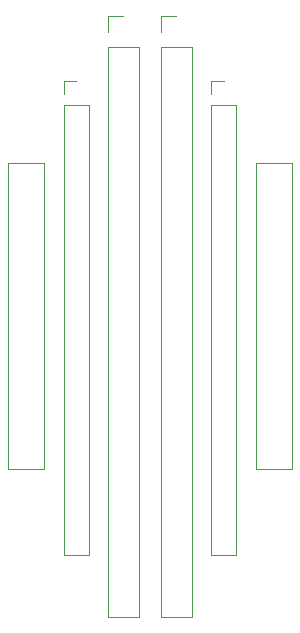
<source format=gbr>
%TF.GenerationSoftware,KiCad,Pcbnew,8.0.2*%
%TF.CreationDate,2024-05-06T01:30:38+09:00*%
%TF.ProjectId,pitch-convert,70697463-682d-4636-9f6e-766572742e6b,1*%
%TF.SameCoordinates,PX66ff300PY72eaf20*%
%TF.FileFunction,Legend,Top*%
%TF.FilePolarity,Positive*%
%FSLAX46Y46*%
G04 Gerber Fmt 4.6, Leading zero omitted, Abs format (unit mm)*
G04 Created by KiCad (PCBNEW 8.0.2) date 2024-05-06 01:30:38*
%MOMM*%
%LPD*%
G01*
G04 APERTURE LIST*
%ADD10C,0.100000*%
%ADD11C,0.120000*%
%ADD12O,2.540000X1.008000*%
%ADD13O,2.540000X1.000000*%
%ADD14R,1.350000X1.350000*%
%ADD15O,1.350000X1.350000*%
%ADD16R,1.700000X1.700000*%
%ADD17O,1.700000X1.700000*%
%ADD18O,2.532000X1.000000*%
%ADD19O,2.532000X1.008000*%
G04 APERTURE END LIST*
%TO.C,J5*%
D10*
X3714000Y39089000D02*
X6762000Y39089000D01*
X6762000Y13181000D01*
X3714000Y13181000D01*
X3714000Y39089000D01*
D11*
%TO.C,J4*%
X20940000Y46060000D02*
X22000000Y46060000D01*
X20940000Y45000000D02*
X20940000Y46060000D01*
X20940000Y44000000D02*
X20940000Y5940000D01*
X20940000Y44000000D02*
X23060000Y44000000D01*
X20940000Y5940000D02*
X23060000Y5940000D01*
X23060000Y44000000D02*
X23060000Y5940000D01*
%TO.C,J2*%
X16670000Y51590000D02*
X18000000Y51590000D01*
X16670000Y50260000D02*
X16670000Y51590000D01*
X16670000Y48990000D02*
X16670000Y670000D01*
X16670000Y48990000D02*
X19330000Y48990000D01*
X16670000Y670000D02*
X19330000Y670000D01*
X19330000Y48990000D02*
X19330000Y670000D01*
%TO.C,J6*%
D10*
X24738000Y39089000D02*
X27786000Y39089000D01*
X27786000Y13181000D01*
X24738000Y13181000D01*
X24738000Y39089000D01*
D11*
%TO.C,J3*%
X8440000Y46060000D02*
X9500000Y46060000D01*
X8440000Y45000000D02*
X8440000Y46060000D01*
X8440000Y44000000D02*
X8440000Y5940000D01*
X8440000Y44000000D02*
X10560000Y44000000D01*
X8440000Y5940000D02*
X10560000Y5940000D01*
X10560000Y44000000D02*
X10560000Y5940000D01*
%TO.C,J1*%
X12170000Y51590000D02*
X13500000Y51590000D01*
X12170000Y50260000D02*
X12170000Y51590000D01*
X12170000Y48990000D02*
X12170000Y670000D01*
X12170000Y48990000D02*
X14830000Y48990000D01*
X12170000Y670000D02*
X14830000Y670000D01*
X14830000Y48990000D02*
X14830000Y670000D01*
%TD*%
%LPC*%
D12*
%TO.C,J5*%
X5238000Y38196000D03*
D13*
X5238000Y36930000D03*
D12*
X5238000Y35656000D03*
D13*
X5238000Y34390000D03*
D12*
X5238000Y33116000D03*
D13*
X5238000Y31850000D03*
D12*
X5238000Y30576000D03*
X5238000Y29306000D03*
X5238000Y28036000D03*
X5238000Y26766000D03*
X5238000Y25496000D03*
D13*
X5238000Y24230000D03*
D12*
X5238000Y22956000D03*
X5238000Y21686000D03*
X5238000Y20416000D03*
D13*
X5238000Y19150000D03*
D12*
X5238000Y17876000D03*
X5238000Y16606000D03*
X5238000Y15336000D03*
X5238000Y14066000D03*
%TD*%
D14*
%TO.C,J4*%
X22000000Y45000000D03*
D15*
X22000000Y43000000D03*
X22000000Y41000000D03*
X22000000Y39000000D03*
X22000000Y37000000D03*
X22000000Y35000000D03*
X22000000Y33000000D03*
X22000000Y31000000D03*
X22000000Y29000000D03*
X22000000Y27000000D03*
X22000000Y25000000D03*
X22000000Y23000000D03*
X22000000Y21000000D03*
X22000000Y19000000D03*
X22000000Y17000000D03*
X22000000Y15000000D03*
X22000000Y13000000D03*
X22000000Y11000000D03*
X22000000Y9000000D03*
X22000000Y7000000D03*
%TD*%
D16*
%TO.C,J2*%
X18000000Y50260000D03*
D17*
X18000000Y47720000D03*
X18000000Y45180000D03*
X18000000Y42640000D03*
X18000000Y40100000D03*
X18000000Y37560000D03*
X18000000Y35020000D03*
X18000000Y32480000D03*
X18000000Y29940000D03*
X18000000Y27400000D03*
X18000000Y24860000D03*
X18000000Y22320000D03*
X18000000Y19780000D03*
X18000000Y17240000D03*
X18000000Y14700000D03*
X18000000Y12160000D03*
X18000000Y9620000D03*
X18000000Y7080000D03*
X18000000Y4540000D03*
X18000000Y2000000D03*
%TD*%
D18*
%TO.C,J6*%
X26266000Y38200000D03*
X26266000Y36930000D03*
D19*
X26266000Y35656000D03*
D18*
X26266000Y34390000D03*
D19*
X26266000Y33116000D03*
D18*
X26266000Y31850000D03*
D19*
X26266000Y30576000D03*
X26266000Y29306000D03*
D18*
X26266000Y28040000D03*
D19*
X26266000Y26766000D03*
X26266000Y25496000D03*
D18*
X26266000Y24230000D03*
X26266000Y22960000D03*
X26266000Y21690000D03*
X26266000Y20420000D03*
X26266000Y19150000D03*
X26266000Y17880000D03*
X26266000Y16610000D03*
X26266000Y15340000D03*
X26266000Y14070000D03*
%TD*%
D14*
%TO.C,J3*%
X9500000Y45000000D03*
D15*
X9500000Y43000000D03*
X9500000Y41000000D03*
X9500000Y39000000D03*
X9500000Y37000000D03*
X9500000Y35000000D03*
X9500000Y33000000D03*
X9500000Y31000000D03*
X9500000Y29000000D03*
X9500000Y27000000D03*
X9500000Y25000000D03*
X9500000Y23000000D03*
X9500000Y21000000D03*
X9500000Y19000000D03*
X9500000Y17000000D03*
X9500000Y15000000D03*
X9500000Y13000000D03*
X9500000Y11000000D03*
X9500000Y9000000D03*
X9500000Y7000000D03*
%TD*%
D16*
%TO.C,J1*%
X13500000Y50260000D03*
D17*
X13500000Y47720000D03*
X13500000Y45180000D03*
X13500000Y42640000D03*
X13500000Y40100000D03*
X13500000Y37560000D03*
X13500000Y35020000D03*
X13500000Y32480000D03*
X13500000Y29940000D03*
X13500000Y27400000D03*
X13500000Y24860000D03*
X13500000Y22320000D03*
X13500000Y19780000D03*
X13500000Y17240000D03*
X13500000Y14700000D03*
X13500000Y12160000D03*
X13500000Y9620000D03*
X13500000Y7080000D03*
X13500000Y4540000D03*
X13500000Y2000000D03*
%TD*%
%LPD*%
M02*

</source>
